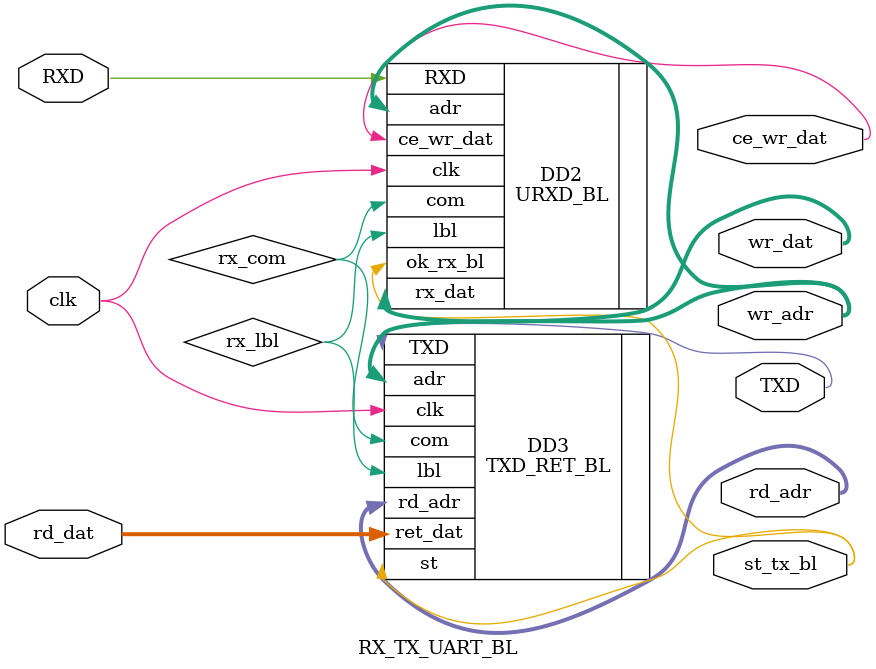
<source format=v>
`timescale 1ns / 1ps


module RX_TX_UART_BL (
								input clk, 				output wire TXD,
								input RXD, 				output wire[15:0] rd_adr,
								input [7:0]rd_dat,	output wire[15:0] wr_adr,
															output wire [7:0] wr_dat,
															output wire ce_wr_dat,
															output wire st_tx_bl);
//---Ïðèåì áëîêà áàéò

URXD_BL DD2 (
				.RXD(RXD), 	.com(rx_com),
				.clk(clk), 	.lbl(rx_lbl),
								.adr(wr_adr),//.wr_adr(wr_adr),
								.rx_dat(wr_dat),
								//.rd_adr(rd_adr), 
								.ce_wr_dat(ce_wr_dat), 
								.ok_rx_bl(st_tx_bl));
//---Ïåðåäà÷à áëîêà áàéò
TXD_RET_BL DD3 (
						.clk(clk), 		.TXD(TXD),
						.st(st_tx_bl), .rd_adr(rd_adr),
						.lbl(rx_lbl),
						.com(rx_com),
						.adr(wr_adr),
						.ret_dat(rd_dat));
endmodule

</source>
